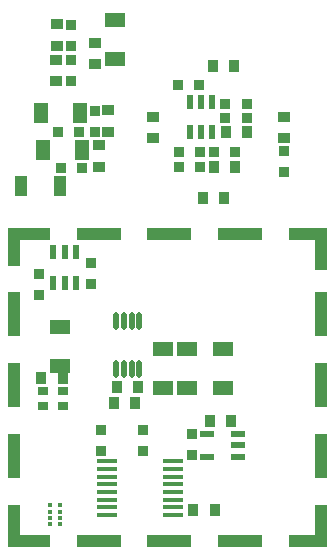
<source format=gbp>
G04 Layer_Color=128*
%FSLAX24Y24*%
%MOIN*%
G70*
G01*
G75*
%ADD10R,0.0354X0.0354*%
%ADD11R,0.0453X0.0709*%
%ADD12R,0.0374X0.0394*%
%ADD14R,0.0354X0.0354*%
%ADD27R,0.0394X0.0374*%
%ADD29R,0.0244X0.0480*%
%ADD30R,0.0394X0.1496*%
%ADD31R,0.1406X0.0394*%
%ADD32R,0.0394X0.1406*%
%ADD33R,0.0394X0.1276*%
%ADD34R,0.1276X0.0394*%
%ADD35R,0.1496X0.0394*%
%ADD67R,0.0177X0.0177*%
%ADD68R,0.0177X0.0118*%
%ADD69R,0.0480X0.0244*%
%ADD70R,0.0650X0.0118*%
%ADD71R,0.0709X0.0453*%
%ADD72O,0.0177X0.0591*%
%ADD73R,0.0433X0.0669*%
%ADD74R,0.0354X0.0315*%
D10*
X16084Y25814D02*
D03*
X16792D02*
D03*
X16842Y23104D02*
D03*
X16134D02*
D03*
X16842Y23574D02*
D03*
X16134D02*
D03*
X17992D02*
D03*
X17284D02*
D03*
X18386Y24724D02*
D03*
X17677D02*
D03*
Y25197D02*
D03*
X18386D02*
D03*
X12793Y24265D02*
D03*
X12084D02*
D03*
X12184Y23055D02*
D03*
X12893D02*
D03*
D11*
X11539Y24875D02*
D03*
X12838D02*
D03*
X11589Y23665D02*
D03*
X12888D02*
D03*
D12*
X17684Y24244D02*
D03*
X18392D02*
D03*
X17284Y23104D02*
D03*
X17992D02*
D03*
X17167Y14629D02*
D03*
X17876D02*
D03*
X17642Y22064D02*
D03*
X16934D02*
D03*
X17323Y11643D02*
D03*
X16614D02*
D03*
X12254Y16050D02*
D03*
X11546D02*
D03*
X14064Y15750D02*
D03*
X14773D02*
D03*
X13974Y15230D02*
D03*
X14683D02*
D03*
X17274Y26454D02*
D03*
X17982D02*
D03*
D14*
X16552Y13495D02*
D03*
Y14203D02*
D03*
X13328Y24969D02*
D03*
Y24260D02*
D03*
X12526Y26669D02*
D03*
Y25961D02*
D03*
X12536Y27121D02*
D03*
Y27829D02*
D03*
X13189Y19892D02*
D03*
Y19183D02*
D03*
X11457Y19528D02*
D03*
Y18819D02*
D03*
X14921Y13622D02*
D03*
Y14331D02*
D03*
X13543Y13622D02*
D03*
Y14331D02*
D03*
X19646Y22913D02*
D03*
Y23622D02*
D03*
D27*
X13336Y26511D02*
D03*
Y27219D02*
D03*
X19628Y24769D02*
D03*
Y24060D02*
D03*
X15258D02*
D03*
Y24769D02*
D03*
X13468Y23100D02*
D03*
Y23809D02*
D03*
X13778Y24270D02*
D03*
Y24979D02*
D03*
X12036Y25951D02*
D03*
Y26659D02*
D03*
X12066Y27839D02*
D03*
Y27131D02*
D03*
D29*
X16484Y24239D02*
D03*
Y25270D02*
D03*
X16858Y24239D02*
D03*
Y25270D02*
D03*
X17232D02*
D03*
Y24239D02*
D03*
X12697Y19218D02*
D03*
Y20250D02*
D03*
X12323D02*
D03*
Y19218D02*
D03*
X11949Y20250D02*
D03*
Y19218D02*
D03*
D30*
X20870Y18177D02*
D03*
Y15815D02*
D03*
Y13453D02*
D03*
X10630D02*
D03*
Y15815D02*
D03*
Y18177D02*
D03*
D31*
X11136Y20870D02*
D03*
Y10630D02*
D03*
D32*
X20870Y20364D02*
D03*
Y11136D02*
D03*
X10630D02*
D03*
D33*
Y20429D02*
D03*
D34*
X20429Y20870D02*
D03*
Y10630D02*
D03*
D35*
X13453Y20870D02*
D03*
X15815D02*
D03*
X18177D02*
D03*
Y10630D02*
D03*
X15815D02*
D03*
X13453D02*
D03*
D67*
X12165Y11181D02*
D03*
Y11811D02*
D03*
X11840D02*
D03*
Y11181D02*
D03*
D68*
X12165Y11591D02*
D03*
Y11401D02*
D03*
X11840D02*
D03*
Y11591D02*
D03*
D69*
X17056Y13435D02*
D03*
X18087D02*
D03*
Y13809D02*
D03*
Y14183D02*
D03*
X17056D02*
D03*
D70*
X15932Y13276D02*
D03*
Y13020D02*
D03*
Y12764D02*
D03*
Y12508D02*
D03*
Y12253D02*
D03*
Y11997D02*
D03*
Y11741D02*
D03*
Y11485D02*
D03*
X13747Y13276D02*
D03*
Y13020D02*
D03*
Y12764D02*
D03*
Y12508D02*
D03*
Y12253D02*
D03*
Y11997D02*
D03*
Y11741D02*
D03*
Y11485D02*
D03*
D71*
X12169Y17749D02*
D03*
Y16450D02*
D03*
X15605Y15728D02*
D03*
Y17028D02*
D03*
X13986Y26675D02*
D03*
Y27975D02*
D03*
X16393Y17028D02*
D03*
Y15728D02*
D03*
X17613Y17028D02*
D03*
Y15728D02*
D03*
D72*
X14045Y17947D02*
D03*
X14301D02*
D03*
X14557D02*
D03*
X14813D02*
D03*
X14045Y16352D02*
D03*
X14301D02*
D03*
X14557D02*
D03*
X14813D02*
D03*
D73*
X12165Y22441D02*
D03*
X10866D02*
D03*
D74*
X11605Y15114D02*
D03*
X12255D02*
D03*
Y15606D02*
D03*
X11605D02*
D03*
M02*

</source>
